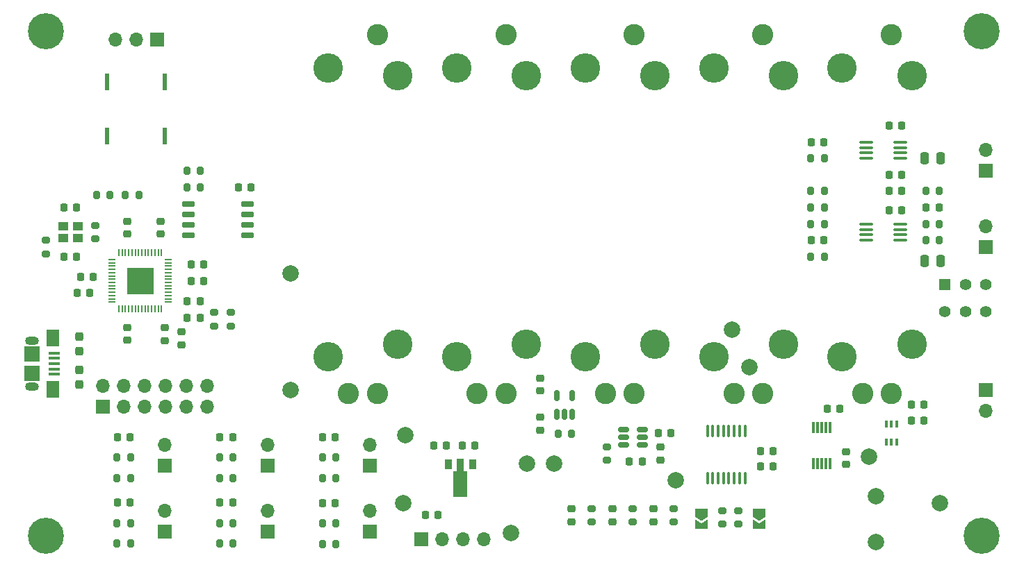
<source format=gts>
G04 #@! TF.GenerationSoftware,KiCad,Pcbnew,(6.0.5)*
G04 #@! TF.CreationDate,2023-10-06T10:58:17-04:00*
G04 #@! TF.ProjectId,v1,76312e6b-6963-4616-945f-706362585858,rev?*
G04 #@! TF.SameCoordinates,Original*
G04 #@! TF.FileFunction,Soldermask,Top*
G04 #@! TF.FilePolarity,Negative*
%FSLAX46Y46*%
G04 Gerber Fmt 4.6, Leading zero omitted, Abs format (unit mm)*
G04 Created by KiCad (PCBNEW (6.0.5)) date 2023-10-06 10:58:17*
%MOMM*%
%LPD*%
G01*
G04 APERTURE LIST*
G04 Aperture macros list*
%AMRoundRect*
0 Rectangle with rounded corners*
0 $1 Rounding radius*
0 $2 $3 $4 $5 $6 $7 $8 $9 X,Y pos of 4 corners*
0 Add a 4 corners polygon primitive as box body*
4,1,4,$2,$3,$4,$5,$6,$7,$8,$9,$2,$3,0*
0 Add four circle primitives for the rounded corners*
1,1,$1+$1,$2,$3*
1,1,$1+$1,$4,$5*
1,1,$1+$1,$6,$7*
1,1,$1+$1,$8,$9*
0 Add four rect primitives between the rounded corners*
20,1,$1+$1,$2,$3,$4,$5,0*
20,1,$1+$1,$4,$5,$6,$7,0*
20,1,$1+$1,$6,$7,$8,$9,0*
20,1,$1+$1,$8,$9,$2,$3,0*%
%AMFreePoly0*
4,1,6,1.000000,0.000000,0.500000,-0.750000,-0.500000,-0.750000,-0.500000,0.750000,0.500000,0.750000,1.000000,0.000000,1.000000,0.000000,$1*%
%AMFreePoly1*
4,1,6,0.500000,-0.750000,-0.650000,-0.750000,-0.150000,0.000000,-0.650000,0.750000,0.500000,0.750000,0.500000,-0.750000,0.500000,-0.750000,$1*%
%AMFreePoly2*
4,1,9,3.862500,-0.866500,0.737500,-0.866500,0.737500,-0.450000,-0.737500,-0.450000,-0.737500,0.450000,0.737500,0.450000,0.737500,0.866500,3.862500,0.866500,3.862500,-0.866500,3.862500,-0.866500,$1*%
G04 Aperture macros list end*
%ADD10RoundRect,0.250000X0.250000X0.475000X-0.250000X0.475000X-0.250000X-0.475000X0.250000X-0.475000X0*%
%ADD11RoundRect,0.250000X-0.250000X-0.475000X0.250000X-0.475000X0.250000X0.475000X-0.250000X0.475000X0*%
%ADD12RoundRect,0.200000X-0.200000X-0.275000X0.200000X-0.275000X0.200000X0.275000X-0.200000X0.275000X0*%
%ADD13RoundRect,0.225000X0.225000X0.250000X-0.225000X0.250000X-0.225000X-0.250000X0.225000X-0.250000X0*%
%ADD14RoundRect,0.200000X0.200000X0.275000X-0.200000X0.275000X-0.200000X-0.275000X0.200000X-0.275000X0*%
%ADD15C,2.000000*%
%ADD16R,1.700000X1.700000*%
%ADD17O,1.700000X1.700000*%
%ADD18RoundRect,0.225000X0.250000X-0.225000X0.250000X0.225000X-0.250000X0.225000X-0.250000X-0.225000X0*%
%ADD19RoundRect,0.225000X-0.225000X-0.250000X0.225000X-0.250000X0.225000X0.250000X-0.225000X0.250000X0*%
%ADD20RoundRect,0.200000X0.275000X-0.200000X0.275000X0.200000X-0.275000X0.200000X-0.275000X-0.200000X0*%
%ADD21C,4.400000*%
%ADD22RoundRect,0.218750X-0.256250X0.218750X-0.256250X-0.218750X0.256250X-0.218750X0.256250X0.218750X0*%
%ADD23RoundRect,0.200000X-0.275000X0.200000X-0.275000X-0.200000X0.275000X-0.200000X0.275000X0.200000X0*%
%ADD24RoundRect,0.225000X-0.250000X0.225000X-0.250000X-0.225000X0.250000X-0.225000X0.250000X0.225000X0*%
%ADD25O,0.200000X0.875000*%
%ADD26O,0.875000X0.200000*%
%ADD27R,3.200000X3.200000*%
%ADD28R,0.558800X2.108200*%
%ADD29RoundRect,0.100000X-0.100000X0.637500X-0.100000X-0.637500X0.100000X-0.637500X0.100000X0.637500X0*%
%ADD30RoundRect,0.150000X0.150000X-0.512500X0.150000X0.512500X-0.150000X0.512500X-0.150000X-0.512500X0*%
%ADD31R,1.400000X1.400000*%
%ADD32C,1.400000*%
%ADD33RoundRect,0.100000X-0.712500X-0.100000X0.712500X-0.100000X0.712500X0.100000X-0.712500X0.100000X0*%
%ADD34RoundRect,0.150000X-0.650000X-0.150000X0.650000X-0.150000X0.650000X0.150000X-0.650000X0.150000X0*%
%ADD35R,1.150000X1.000000*%
%ADD36R,0.400000X0.900000*%
%ADD37RoundRect,0.150000X-0.512500X-0.150000X0.512500X-0.150000X0.512500X0.150000X-0.512500X0.150000X0*%
%ADD38FreePoly0,270.000000*%
%ADD39FreePoly1,270.000000*%
%ADD40RoundRect,0.237500X-0.237500X0.287500X-0.237500X-0.287500X0.237500X-0.287500X0.237500X0.287500X0*%
%ADD41R,0.300000X1.400000*%
%ADD42R,1.360000X0.400000*%
%ADD43O,1.700000X1.000000*%
%ADD44R,1.900000X1.950000*%
%ADD45R,1.600000X2.100000*%
%ADD46R,0.900000X1.300000*%
%ADD47FreePoly2,270.000000*%
%ADD48RoundRect,0.237500X0.237500X-0.287500X0.237500X0.287500X-0.237500X0.287500X-0.237500X-0.287500X0*%
%ADD49C,2.600000*%
%ADD50C,3.600000*%
G04 APERTURE END LIST*
D10*
X199450000Y-96000000D03*
X197550000Y-96000000D03*
D11*
X197550000Y-83500000D03*
X199450000Y-83500000D03*
D12*
X124175000Y-120000000D03*
X125825000Y-120000000D03*
D13*
X115500000Y-87000000D03*
X113950000Y-87000000D03*
D14*
X185325000Y-91500000D03*
X183675000Y-91500000D03*
D15*
X199400000Y-125600000D03*
D16*
X117500000Y-129000000D03*
D17*
X117500000Y-126460000D03*
D16*
X104040000Y-69000000D03*
D17*
X101500000Y-69000000D03*
X98960000Y-69000000D03*
D16*
X205000000Y-94318750D03*
D17*
X205000000Y-91778750D03*
D18*
X100400000Y-92712500D03*
X100400000Y-91162500D03*
D12*
X99175000Y-120000000D03*
X100825000Y-120000000D03*
D19*
X195905000Y-113500000D03*
X197455000Y-113500000D03*
D20*
X158862500Y-120325000D03*
X158862500Y-118675000D03*
D14*
X113325000Y-122500000D03*
X111675000Y-122500000D03*
D13*
X185275000Y-93500000D03*
X183725000Y-93500000D03*
D21*
X90500000Y-68000000D03*
D22*
X159500000Y-126252500D03*
X159500000Y-127827500D03*
D23*
X172875000Y-126487500D03*
X172875000Y-128137500D03*
D15*
X190800000Y-119900000D03*
D19*
X195905000Y-115500000D03*
X197455000Y-115500000D03*
D12*
X99175000Y-128000000D03*
X100825000Y-128000000D03*
D16*
X130000000Y-121000000D03*
D17*
X130000000Y-118460000D03*
D13*
X138275000Y-127000000D03*
X136725000Y-127000000D03*
D24*
X107000000Y-104662500D03*
X107000000Y-106212500D03*
D23*
X113000000Y-102287500D03*
X113000000Y-103937500D03*
D13*
X194775000Y-87500000D03*
X193225000Y-87500000D03*
D23*
X157000000Y-126215000D03*
X157000000Y-127865000D03*
D16*
X117500000Y-121000000D03*
D17*
X117500000Y-118460000D03*
D15*
X120300000Y-111800000D03*
D25*
X104600000Y-95000000D03*
X104200000Y-95000000D03*
X103800000Y-95000000D03*
X103400000Y-95000000D03*
X103000000Y-95000000D03*
X102600000Y-95000000D03*
X102200000Y-95000000D03*
X101800000Y-95000000D03*
X101400000Y-95000000D03*
X101000000Y-95000000D03*
X100600000Y-95000000D03*
X100200000Y-95000000D03*
X99800000Y-95000000D03*
X99400000Y-95000000D03*
D26*
X98562500Y-95837500D03*
X98562500Y-96237500D03*
X98562500Y-96637500D03*
X98562500Y-97037500D03*
X98562500Y-97437500D03*
X98562500Y-97837500D03*
X98562500Y-98237500D03*
X98562500Y-98637500D03*
X98562500Y-99037500D03*
X98562500Y-99437500D03*
X98562500Y-99837500D03*
X98562500Y-100237500D03*
X98562500Y-100637500D03*
X98562500Y-101037500D03*
D25*
X99400000Y-101875000D03*
X99800000Y-101875000D03*
X100200000Y-101875000D03*
X100600000Y-101875000D03*
X101000000Y-101875000D03*
X101400000Y-101875000D03*
X101800000Y-101875000D03*
X102200000Y-101875000D03*
X102600000Y-101875000D03*
X103000000Y-101875000D03*
X103400000Y-101875000D03*
X103800000Y-101875000D03*
X104200000Y-101875000D03*
X104600000Y-101875000D03*
D26*
X105437500Y-101037500D03*
X105437500Y-100637500D03*
X105437500Y-100237500D03*
X105437500Y-99837500D03*
X105437500Y-99437500D03*
X105437500Y-99037500D03*
X105437500Y-98637500D03*
X105437500Y-98237500D03*
X105437500Y-97837500D03*
X105437500Y-97437500D03*
X105437500Y-97037500D03*
X105437500Y-96637500D03*
X105437500Y-96237500D03*
X105437500Y-95837500D03*
D27*
X102000000Y-98437500D03*
D28*
X105000000Y-74199300D03*
X105000000Y-80800700D03*
D16*
X136200000Y-130000000D03*
D17*
X138740000Y-130000000D03*
X141280000Y-130000000D03*
X143820000Y-130000000D03*
D29*
X175650000Y-116775000D03*
X175000000Y-116775000D03*
X174350000Y-116775000D03*
X173700000Y-116775000D03*
X173050000Y-116775000D03*
X172400000Y-116775000D03*
X171750000Y-116775000D03*
X171100000Y-116775000D03*
X171100000Y-122500000D03*
X171750000Y-122500000D03*
X172400000Y-122500000D03*
X173050000Y-122500000D03*
X173700000Y-122500000D03*
X174350000Y-122500000D03*
X175000000Y-122500000D03*
X175650000Y-122500000D03*
D12*
X197675000Y-87500000D03*
X199325000Y-87500000D03*
D15*
X174100000Y-104400000D03*
D12*
X183675000Y-83500000D03*
X185325000Y-83500000D03*
X111675000Y-120000000D03*
X113325000Y-120000000D03*
D16*
X97420000Y-113775000D03*
D17*
X97420000Y-111235000D03*
X99960000Y-113775000D03*
X99960000Y-111235000D03*
X102500000Y-113775000D03*
X102500000Y-111235000D03*
X105040000Y-113775000D03*
X105040000Y-111235000D03*
X107580000Y-113775000D03*
X107580000Y-111235000D03*
X110120000Y-113775000D03*
X110120000Y-111235000D03*
D16*
X205000000Y-85000000D03*
D17*
X205000000Y-82460000D03*
D12*
X152875000Y-117100000D03*
X154525000Y-117100000D03*
D16*
X130000000Y-129040000D03*
D17*
X130000000Y-126500000D03*
D15*
X134300000Y-117300000D03*
D13*
X96275000Y-97937500D03*
X94725000Y-97937500D03*
D30*
X152750000Y-114737500D03*
X153700000Y-114737500D03*
X154650000Y-114737500D03*
X154650000Y-112462500D03*
X152750000Y-112462500D03*
D31*
X200000000Y-98850000D03*
D32*
X202500000Y-98850000D03*
X205000000Y-98850000D03*
X200000000Y-102150000D03*
X202500000Y-102150000D03*
X205000000Y-102150000D03*
D14*
X185325000Y-95500000D03*
X183675000Y-95500000D03*
D20*
X96500000Y-93325000D03*
X96500000Y-91675000D03*
D13*
X94275000Y-89500000D03*
X92725000Y-89500000D03*
D33*
X190387500Y-91525000D03*
X190387500Y-92175000D03*
X190387500Y-92825000D03*
X190387500Y-93475000D03*
X194612500Y-93475000D03*
X194612500Y-92825000D03*
X194612500Y-92175000D03*
X194612500Y-91525000D03*
D12*
X197675000Y-91500000D03*
X199325000Y-91500000D03*
D16*
X205000000Y-111725000D03*
D17*
X205000000Y-114265000D03*
D15*
X147200000Y-129200000D03*
D34*
X107900000Y-89095000D03*
X107900000Y-90365000D03*
X107900000Y-91635000D03*
X107900000Y-92905000D03*
X115100000Y-92905000D03*
X115100000Y-91635000D03*
X115100000Y-90365000D03*
X115100000Y-89095000D03*
D35*
X92625000Y-93200000D03*
X94375000Y-93200000D03*
X94375000Y-91800000D03*
X92625000Y-91800000D03*
D12*
X183675000Y-87500000D03*
X185325000Y-87500000D03*
D14*
X199325000Y-93500000D03*
X197675000Y-93500000D03*
D24*
X150700000Y-115100000D03*
X150700000Y-116650000D03*
D36*
X192850000Y-118100000D03*
X193500000Y-118100000D03*
X194150000Y-118100000D03*
X194150000Y-115900000D03*
X193500000Y-115900000D03*
X192850000Y-115900000D03*
D15*
X167200000Y-122800000D03*
D23*
X111000000Y-102287500D03*
X111000000Y-103937500D03*
D15*
X191600000Y-130300000D03*
D24*
X105000000Y-104162500D03*
X105000000Y-105712500D03*
D19*
X111725000Y-117500000D03*
X113275000Y-117500000D03*
X108225000Y-96437500D03*
X109775000Y-96437500D03*
X99225000Y-125500000D03*
X100775000Y-125500000D03*
D12*
X107675000Y-87000000D03*
X109325000Y-87000000D03*
D18*
X150700000Y-111875000D03*
X150700000Y-110325000D03*
D19*
X111725000Y-125500000D03*
X113275000Y-125500000D03*
X197725000Y-89500000D03*
X199275000Y-89500000D03*
D13*
X194775000Y-89800000D03*
X193225000Y-89800000D03*
D15*
X149100000Y-120700000D03*
D22*
X154500000Y-126252500D03*
X154500000Y-127827500D03*
D33*
X194612500Y-81525000D03*
X194612500Y-82175000D03*
X194612500Y-82825000D03*
X194612500Y-83475000D03*
X190387500Y-83475000D03*
X190387500Y-82825000D03*
X190387500Y-82175000D03*
X190387500Y-81525000D03*
D23*
X162000000Y-126215000D03*
X162000000Y-127865000D03*
D37*
X160862500Y-116550000D03*
X160862500Y-117500000D03*
X160862500Y-118450000D03*
X163137500Y-118450000D03*
X163137500Y-117500000D03*
X163137500Y-116550000D03*
D14*
X125825000Y-122500000D03*
X124175000Y-122500000D03*
X100825000Y-130500000D03*
X99175000Y-130500000D03*
D19*
X107725000Y-102937500D03*
X109275000Y-102937500D03*
D38*
X177375000Y-126775000D03*
D39*
X177375000Y-128225000D03*
D38*
X170375000Y-126775000D03*
D39*
X170375000Y-128225000D03*
D13*
X139275000Y-118500000D03*
X137725000Y-118500000D03*
D12*
X107675000Y-85000000D03*
X109325000Y-85000000D03*
D15*
X120300000Y-97500000D03*
D24*
X165362500Y-118725000D03*
X165362500Y-120275000D03*
D19*
X177525000Y-119200000D03*
X179075000Y-119200000D03*
D13*
X95875000Y-99900000D03*
X94325000Y-99900000D03*
D19*
X124225000Y-117500000D03*
X125775000Y-117500000D03*
X177525000Y-121062500D03*
X179075000Y-121062500D03*
D16*
X105000000Y-121000000D03*
D17*
X105000000Y-118460000D03*
D40*
X94600000Y-109325000D03*
X94600000Y-111075000D03*
D22*
X164500000Y-126252500D03*
X164500000Y-127827500D03*
D19*
X108225000Y-98437500D03*
X109775000Y-98437500D03*
D28*
X98000000Y-74199300D03*
X98000000Y-80800700D03*
D13*
X125775000Y-125540000D03*
X124225000Y-125540000D03*
D41*
X186000000Y-116300000D03*
X185500000Y-116300000D03*
X185000000Y-116300000D03*
X184500000Y-116300000D03*
X184000000Y-116300000D03*
X184000000Y-120700000D03*
X184500000Y-120700000D03*
X185000000Y-120700000D03*
X185500000Y-120700000D03*
X186000000Y-120700000D03*
D16*
X105000000Y-129000000D03*
D17*
X105000000Y-126460000D03*
D42*
X91500000Y-107250000D03*
X91500000Y-107900000D03*
X91500000Y-108550000D03*
X91500000Y-109200000D03*
X91500000Y-109850000D03*
D43*
X88850000Y-105725000D03*
D44*
X88850000Y-109725000D03*
D43*
X88850000Y-111375000D03*
D45*
X91400000Y-105450000D03*
D44*
X88850000Y-107375000D03*
D45*
X91400000Y-111650000D03*
D19*
X183725000Y-81500000D03*
X185275000Y-81500000D03*
D23*
X167000000Y-126215000D03*
X167000000Y-127865000D03*
D21*
X90500000Y-129500000D03*
D15*
X176200000Y-109000000D03*
D21*
X204500000Y-68000000D03*
D14*
X185325000Y-89500000D03*
X183675000Y-89500000D03*
D13*
X163137500Y-120500000D03*
X161587500Y-120500000D03*
D12*
X111675000Y-128000000D03*
X113325000Y-128000000D03*
D14*
X113325000Y-130500000D03*
X111675000Y-130500000D03*
X100825000Y-122500000D03*
X99175000Y-122500000D03*
D19*
X107725000Y-100937500D03*
X109275000Y-100937500D03*
D18*
X104500000Y-92712500D03*
X104500000Y-91162500D03*
D23*
X174875000Y-126487500D03*
X174875000Y-128137500D03*
D15*
X134000000Y-125600000D03*
X191600000Y-124700000D03*
D19*
X99225000Y-117500000D03*
X100775000Y-117500000D03*
D23*
X90500000Y-93500000D03*
X90500000Y-95150000D03*
D19*
X185654000Y-114079000D03*
X187204000Y-114079000D03*
X92725000Y-95500000D03*
X94275000Y-95500000D03*
D13*
X194775000Y-85500000D03*
X193225000Y-85500000D03*
D46*
X142500000Y-120850000D03*
D47*
X141000000Y-120937500D03*
D46*
X139500000Y-120850000D03*
D18*
X187929000Y-120854000D03*
X187929000Y-119304000D03*
D19*
X165087500Y-117000000D03*
X166637500Y-117000000D03*
D24*
X100400000Y-104125000D03*
X100400000Y-105675000D03*
D19*
X141225000Y-118500000D03*
X142775000Y-118500000D03*
D48*
X94600000Y-106975000D03*
X94600000Y-105225000D03*
D14*
X125825000Y-130540000D03*
X124175000Y-130540000D03*
D12*
X124175000Y-128040000D03*
X125825000Y-128040000D03*
X100175000Y-87937500D03*
X101825000Y-87937500D03*
D13*
X194775000Y-79500000D03*
X193225000Y-79500000D03*
D14*
X98325000Y-87937500D03*
X96675000Y-87937500D03*
D21*
X204500000Y-129500000D03*
D15*
X152400000Y-120700000D03*
D49*
X162187500Y-112200000D03*
X158687500Y-112200000D03*
D50*
X164687500Y-73400000D03*
X156187500Y-72500000D03*
X156187500Y-107700000D03*
X164687500Y-106200000D03*
D49*
X162187500Y-68400000D03*
X130875000Y-112200000D03*
X127375000Y-112200000D03*
D50*
X133375000Y-73400000D03*
X124875000Y-72500000D03*
D49*
X130875000Y-68400000D03*
D50*
X124875000Y-107700000D03*
X133375000Y-106200000D03*
D49*
X177843750Y-112200000D03*
X174343750Y-112200000D03*
X177843750Y-68400000D03*
D50*
X171843750Y-107700000D03*
X180343750Y-73400000D03*
X180343750Y-106200000D03*
X171843750Y-72500000D03*
D49*
X193500000Y-112200000D03*
X190000000Y-112200000D03*
X193500000Y-68400000D03*
D50*
X196000000Y-106200000D03*
X187500000Y-107700000D03*
X187500000Y-72500000D03*
X196000000Y-73400000D03*
D49*
X146531250Y-112200000D03*
X143031250Y-112200000D03*
D50*
X140531250Y-107700000D03*
X140531250Y-72500000D03*
X149031250Y-106200000D03*
D49*
X146531250Y-68400000D03*
D50*
X149031250Y-73400000D03*
M02*

</source>
